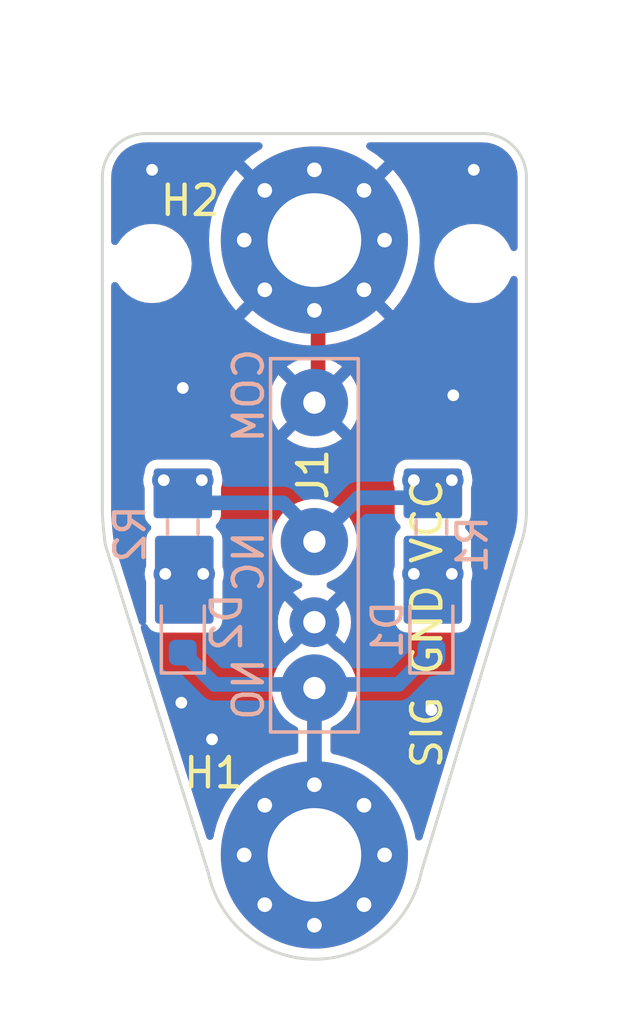
<source format=kicad_pcb>
(kicad_pcb (version 20211014) (generator pcbnew)
  (layers (0 "F.Cu" signal) (31 "B.Cu" signal) (34 "B.Paste" user) (35 "F.Paste" user) (36 "B.SilkS" user "B.Silkscreen") (37 "F.SilkS" user "F.Silkscreen") (38 "B.Mask" user) (39 "F.Mask" user) (44 "Edge.Cuts" user))
  (net 0 "")
  (net 1 "/sig")
  (net 2 "/gnd")
  (net 3 "/vcc")
  (net 4 "/r to d 2")
  (net 5 "/r to d 1")
  (footprint "MountingHole:MountingHole_2.1mm" (layer "F.Cu") (at 145.2 99)
    (fp_text reference "H4" hide)
    (fp_text value "MountingHole")
    (pad "" np_thru_hole circle (at 0 0) (size 2.1 2.1) (drill 2.1) (layers *.Cu *.Mask))
  )
  (footprint "custom:sdpt" (layer "F.Cu") (at 150.75 108.5 90)
    (fp_text reference "J1" (at 2.3 -0.05 90 unlocked) (layer "F.SilkS"))
    (fp_text value "Conn_01x04_Female")
    (fp_text user "COM    NC   NO" (at 0.25 -2.25 90 unlocked) (layer "B.SilkS") (effects (justify mirror)))
    (fp_text user "SIG GND VCC" (at -2.8 3.85 90 unlocked) (layer "F.SilkS"))
    (fp_rect (start 6.25 -1.5) (end -6.5 1.5) (layer "B.SilkS") (width 0.12) (fill none))
    (pad "1" thru_hole circle (at -5 0 90) (size 2.3 2.3) (drill 0.762) (layers *.Cu *.Mask) (net 1 "/sig"))
    (pad "2" thru_hole circle (at -2.75 0 90) (size 1.7 1.7) (drill 0.762) (layers *.Cu *.Mask) (net 2 "/gnd"))
    (pad "3" thru_hole circle (at 0 0 90) (size 2.3 2.3) (drill 0.762) (layers *.Cu *.Mask) (net 3 "/vcc"))
    (pad "4" thru_hole circle (at 4.75 0 90) (size 2.3 2.3) (drill 0.762) (layers *.Cu *.Mask) (net 2 "/gnd"))
  )
  (footprint "MountingHole:MountingHole_3.2mm_M3_Pad_Via" (layer "F.Cu") (at 150.75 98.2)
    (fp_text reference "H2" (at -4.25 -1.35) (layer "F.SilkS"))
    (fp_text value "MountingHole_Pad")
    (pad "1" thru_hole circle (at -2.4 0) (size 0.8 0.8) (drill 0.5) (layers *.Cu *.Mask) (net 2 "/gnd"))
    (pad "1" thru_hole circle (at -1.697056 1.697056) (size 0.8 0.8) (drill 0.5) (layers *.Cu *.Mask) (net 2 "/gnd"))
    (pad "1" thru_hole circle (at 1.697056 -1.697056) (size 0.8 0.8) (drill 0.5) (layers *.Cu *.Mask) (net 2 "/gnd"))
    (pad "1" thru_hole circle (at -1.697056 -1.697056) (size 0.8 0.8) (drill 0.5) (layers *.Cu *.Mask) (net 2 "/gnd"))
    (pad "1" thru_hole circle (at 0 2.4) (size 0.8 0.8) (drill 0.5) (layers *.Cu *.Mask) (net 2 "/gnd"))
    (pad "1" thru_hole circle (at 0 0) (size 6.4 6.4) (drill 3.2) (layers *.Cu *.Mask) (net 2 "/gnd"))
    (pad "1" thru_hole circle (at 0 -2.4) (size 0.8 0.8) (drill 0.5) (layers *.Cu *.Mask) (net 2 "/gnd"))
    (pad "1" thru_hole circle (at 1.697056 1.697056) (size 0.8 0.8) (drill 0.5) (layers *.Cu *.Mask) (net 2 "/gnd"))
    (pad "1" thru_hole circle (at 2.4 0) (size 0.8 0.8) (drill 0.5) (layers *.Cu *.Mask) (net 2 "/gnd"))
  )
  (footprint "MountingHole:MountingHole_3.2mm_M3_Pad_Via" (layer "F.Cu") (at 150.75 119.2)
    (fp_text reference "H1" (at -3.45 -2.8) (layer "F.SilkS"))
    (fp_text value "MountingHole_Pad")
    (pad "1" thru_hole circle (at 0 0) (size 6.4 6.4) (drill 3.2) (layers *.Cu *.Mask) (net 1 "/sig"))
    (pad "1" thru_hole circle (at -1.697056 1.697056) (size 0.8 0.8) (drill 0.5) (layers *.Cu *.Mask) (net 1 "/sig"))
    (pad "1" thru_hole circle (at 2.4 0) (size 0.8 0.8) (drill 0.5) (layers *.Cu *.Mask) (net 1 "/sig"))
    (pad "1" thru_hole circle (at -1.697056 -1.697056) (size 0.8 0.8) (drill 0.5) (layers *.Cu *.Mask) (net 1 "/sig"))
    (pad "1" thru_hole circle (at 1.697056 -1.697056) (size 0.8 0.8) (drill 0.5) (layers *.Cu *.Mask) (net 1 "/sig"))
    (pad "1" thru_hole circle (at 0 2.4) (size 0.8 0.8) (drill 0.5) (layers *.Cu *.Mask) (net 1 "/sig"))
    (pad "1" thru_hole circle (at 1.697056 1.697056) (size 0.8 0.8) (drill 0.5) (layers *.Cu *.Mask) (net 1 "/sig"))
    (pad "1" thru_hole circle (at 0 -2.4) (size 0.8 0.8) (drill 0.5) (layers *.Cu *.Mask) (net 1 "/sig"))
    (pad "1" thru_hole circle (at -2.4 0) (size 0.8 0.8) (drill 0.5) (layers *.Cu *.Mask) (net 1 "/sig"))
  )
  (footprint "MountingHole:MountingHole_2.1mm" (layer "F.Cu") (at 156.2 99)
    (fp_text reference "H3" hide)
    (fp_text value "MountingHole")
    (pad "" np_thru_hole circle (at 0 0) (size 2.1 2.1) (drill 2.1) (layers *.Cu *.Mask))
  )
  (footprint "Resistor_SMD:R_0603_1608Metric" (layer "B.Cu") (at 154.75 108 -90)
    (fp_text reference "R1" (at 0.6 -1.4 90) (layer "B.SilkS") (effects (justify mirror)))
    (fp_text value "1k")
    (fp_line (start -0.237258 -0.5225) (end 0.237258 -0.5225) (layer "B.SilkS") (width 0.12))
    (fp_line (start -0.237258 0.5225) (end 0.237258 0.5225) (layer "B.SilkS") (width 0.12))
    (pad "1" smd roundrect (at -0.825 0 270) (size 0.8 0.95) (layers "B.Cu" "B.Paste" "B.Mask") (net 3 "/vcc"))
    (pad "2" smd roundrect (at 0.825 0 270) (size 0.8 0.95) (layers "B.Cu" "B.Paste" "B.Mask") (net 4 "/r to d 2"))
  )
  (footprint "LED_SMD:LED_0603_1608Metric" (layer "B.Cu") (at 154.75 111.5 90)
    (fp_text reference "D1" (at 0 -1.5 90) (layer "B.SilkS") (effects (justify mirror)))
    (fp_text value "LED" hide)
    (fp_line (start -1.485 -0.735) (end 0.8 -0.735) (layer "B.SilkS") (width 0.12))
    (fp_line (start 0.8 0.735) (end -1.485 0.735) (layer "B.SilkS") (width 0.12))
    (fp_line (start -1.485 0.735) (end -1.485 -0.735) (layer "B.SilkS") (width 0.12))
    (pad "1" smd roundrect (at -0.7875 0 90) (size 0.875 0.95) (layers "B.Cu" "B.Paste" "B.Mask") (net 1 "/sig"))
    (pad "2" smd roundrect (at 0.7875 0 90) (size 0.875 0.95) (layers "B.Cu" "B.Paste" "B.Mask") (net 4 "/r to d 2"))
  )
  (footprint "LED_SMD:LED_0603_1608Metric" (layer "B.Cu") (at 146.25 111.5 90)
    (fp_text reference "D2" (at 0.25 1.5 90) (layer "B.SilkS") (effects (justify mirror)))
    (fp_text value "LED")
    (fp_line (start -1.485 -0.735) (end 0.8 -0.735) (layer "B.SilkS") (width 0.12))
    (fp_line (start -1.485 0.735) (end -1.485 -0.735) (layer "B.SilkS") (width 0.12))
    (fp_line (start 0.8 0.735) (end -1.485 0.735) (layer "B.SilkS") (width 0.12))
    (pad "1" smd roundrect (at -0.7875 0 90) (size 0.875 0.95) (layers "B.Cu" "B.Paste" "B.Mask") (net 1 "/sig"))
    (pad "2" smd roundrect (at 0.7875 0 90) (size 0.875 0.95) (layers "B.Cu" "B.Paste" "B.Mask") (net 5 "/r to d 1"))
  )
  (footprint "Resistor_SMD:R_0603_1608Metric" (layer "B.Cu") (at 146.25 108 -90)
    (fp_text reference "R2" (at 0.237258 1.8 90) (layer "B.SilkS") (effects (justify mirror)))
    (fp_text value "1k")
    (fp_line (start -0.237258 -0.5225) (end 0.237258 -0.5225) (layer "B.SilkS") (width 0.12))
    (fp_line (start -0.237258 0.5225) (end 0.237258 0.5225) (layer "B.SilkS") (width 0.12))
    (pad "1" smd roundrect (at -0.825 0 270) (size 0.8 0.95) (layers "B.Cu" "B.Paste" "B.Mask") (net 3 "/vcc"))
    (pad "2" smd roundrect (at 0.825 0 270) (size 0.8 0.95) (layers "B.Cu" "B.Paste" "B.Mask") (net 5 "/r to d 1"))
  )
  (gr_line (start 157.8 108.6) (end 154.4 119.8) (layer "Edge.Cuts") (width 0.1))
  (gr_arc (start 157.999999 107.5) (mid 157.94493 108.058169) (end 157.8 108.6) (layer "Edge.Cuts") (width 0.1))
  (gr_line (start 158 96.06066) (end 158 107.5) (layer "Edge.Cuts") (width 0.1))
  (gr_line (start 147.120868 119.8) (end 143.6 108.6) (layer "Edge.Cuts") (width 0.1))
  (gr_line (start 145 94.56066) (end 156.5 94.56066) (layer "Edge.Cuts") (width 0.1))
  (gr_arc (start 143.5 96.06066) (mid 143.93934 95) (end 145 94.56066) (layer "Edge.Cuts") (width 0.1))
  (gr_arc (start 156.5 94.56066) (mid 157.56066 95) (end 158 96.06066) (layer "Edge.Cuts") (width 0.1))
  (gr_line (start 143.5 96.06066) (end 143.5 107.5) (layer "Edge.Cuts") (width 0.1))
  (gr_arc (start 143.6 108.6) (mid 143.536513 108.051226) (end 143.5 107.5) (layer "Edge.Cuts") (width 0.1))
  (gr_arc (start 154.4 119.8) (mid 150.760434 122.759652) (end 147.120868 119.8) (layer "Edge.Cuts") (width 0.1))
  (segment (start 150.75 113.5) (end 150.75 116.8) (width 0.5) (layer "F.Cu") (net 1))
  (segment (start 153.625 113.375) (end 150.875 113.375) (width 0.5) (layer "B.Cu") (net 1))
  (segment (start 146.25 112.2875) (end 147.3375 113.375) (width 0.5) (layer "B.Cu") (net 1))
  (segment (start 154.75 112.5375) (end 154.7125 112.5375) (width 0.5) (layer "B.Cu") (net 1))
  (segment (start 147.3375 113.375) (end 150.875 113.375) (width 0.5) (layer "B.Cu") (net 1))
  (segment (start 153.625 113.375) (end 154.7125 112.2875) (width 0.5) (layer "B.Cu") (net 1))
  (segment (start 150.75 113.5) (end 150.75 119.2) (width 0.5) (layer "B.Cu") (net 1))
  (segment (start 150.875 116.225) (end 150.75 116.35) (width 0.5) (layer "B.Cu") (net 1))
  (segment (start 154.7125 112.2875) (end 154.75 112.2875) (width 0.5) (layer "B.Cu") (net 1))
  (segment (start 150.875 101.125) (end 150.75 101) (width 0.5) (layer "F.Cu") (net 2))
  (segment (start 150.875 103.625) (end 150.875 101.125) (width 0.5) (layer "F.Cu") (net 2))
  (via (at 147.25 115.25) (size 0.8) (drill 0.4) (layers "F.Cu" "B.Cu") (net 2))
  (via (at 146.25 103.25) (size 0.8) (drill 0.4) (layers "F.Cu" "B.Cu") (net 2))
  (via (at 156.2 95.8) (size 0.8) (drill 0.4) (layers "F.Cu" "B.Cu") (net 2))
  (via (at 154.75 114.25) (size 0.8) (drill 0.4) (layers "F.Cu" "B.Cu") (net 2))
  (via (at 155.5 103.5) (size 0.8) (drill 0.4) (layers "F.Cu" "B.Cu") (net 2))
  (via (at 146.2 114) (size 0.8) (drill 0.4) (layers "F.Cu" "B.Cu") (net 2))
  (via (at 145.2 95.8) (size 0.8) (drill 0.4) (layers "F.Cu" "B.Cu") (net 2))
  (via (at 146.9 106.4) (size 0.8) (drill 0.4) (layers "F.Cu" "B.Cu") (net 3))
  (via (at 145.6 106.4) (size 0.8) (drill 0.4) (layers "F.Cu" "B.Cu") (net 3))
  (via (at 155.45 106.4) (size 0.8) (drill 0.4) (layers "F.Cu" "B.Cu") (net 3))
  (via (at 154.15 106.4) (size 0.8) (drill 0.4) (layers "F.Cu" "B.Cu") (net 3))
  (segment (start 149.675 107.175) (end 146.25 107.175) (width 0.5) (layer "B.Cu") (net 3))
  (segment (start 150.875 108.375) (end 152.25 107) (width 0.5) (layer "B.Cu") (net 3))
  (segment (start 150.875 108.375) (end 149.675 107.175) (width 0.5) (layer "B.Cu") (net 3))
  (segment (start 154.575 107) (end 154.75 107.175) (width 0.5) (layer "B.Cu") (net 3))
  (segment (start 152.25 107) (end 154.575 107) (width 0.5) (layer "B.Cu") (net 3))
  (via (at 154.15 109.6) (size 0.8) (drill 0.4) (layers "F.Cu" "B.Cu") (net 4))
  (via (at 155.45 109.6) (size 0.8) (drill 0.4) (layers "F.Cu" "B.Cu") (net 4))
  (segment (start 154.75 108.825) (end 154.75 110.9625) (width 0.5) (layer "B.Cu") (net 4))
  (via (at 146.95 109.6) (size 0.8) (drill 0.4) (layers "F.Cu" "B.Cu") (net 5))
  (via (at 145.65 109.6) (size 0.8) (drill 0.4) (layers "F.Cu" "B.Cu") (net 5))
  (segment (start 146.25 108.825) (end 146.25 110.7125) (width 0.5) (layer "B.Cu") (net 5))
  (zone (net 2) (net_name "/gnd") (layers F&B.Cu) (connect_pads thru_hole_only (clearance 0.3)) (min_thickness 0.254) (fill yes (thermal_gap 0.4) (thermal_bridge_width 0.4))
    (polygon (pts (xy 160 125) (xy 140 125) (xy 140 90) (xy 160 90)))
  )
  (zone (net 3) (net_name "/vcc") (layers F&B.Cu) (priority 1) (connect_pads thru_hole_only (clearance 0.3)) (min_thickness 0.254) (fill yes (thermal_gap 0.4) (thermal_bridge_width 0.4) (island_removal_mode 1) (island_area_min 0))
    (polygon (pts (xy 147.25 107.7) (xy 145.25 107.7) (xy 145.25 106) (xy 147.25 106)))
  )
  (zone (net 3) (net_name "/vcc") (layers F&B.Cu) (priority 1) (connect_pads thru_hole_only (clearance 0.3)) (min_thickness 0.254) (fill yes (thermal_gap 0.4) (thermal_bridge_width 0.4) (island_removal_mode 1) (island_area_min 0))
    (polygon (pts (xy 155.8 107.7) (xy 153.8 107.7) (xy 153.8 106) (xy 155.8 106)))
  )
  (zone (net 5) (net_name "/r to d 1") (layers F&B.Cu) (priority 1) (connect_pads thru_hole_only (clearance 0.3)) (min_thickness 0.254) (fill yes (thermal_gap 0.4) (thermal_bridge_width 0.4) (island_removal_mode 1) (island_area_min 0))
    (polygon (pts (xy 145.3 108.3) (xy 147.3 108.3) (xy 147.3 111.3) (xy 145.3 111.3)))
  )
  (zone (net 4) (net_name "/r to d 2") (layers F&B.Cu) (priority 1) (connect_pads thru_hole_only (clearance 0.3)) (min_thickness 0.254) (fill yes (thermal_gap 0.4) (thermal_bridge_width 0.4) (island_removal_mode 1) (island_area_min 0))
    (polygon (pts (xy 153.8 108.3) (xy 155.8 108.3) (xy 155.8 111.3) (xy 153.8 111.3)))
  )
)
</source>
